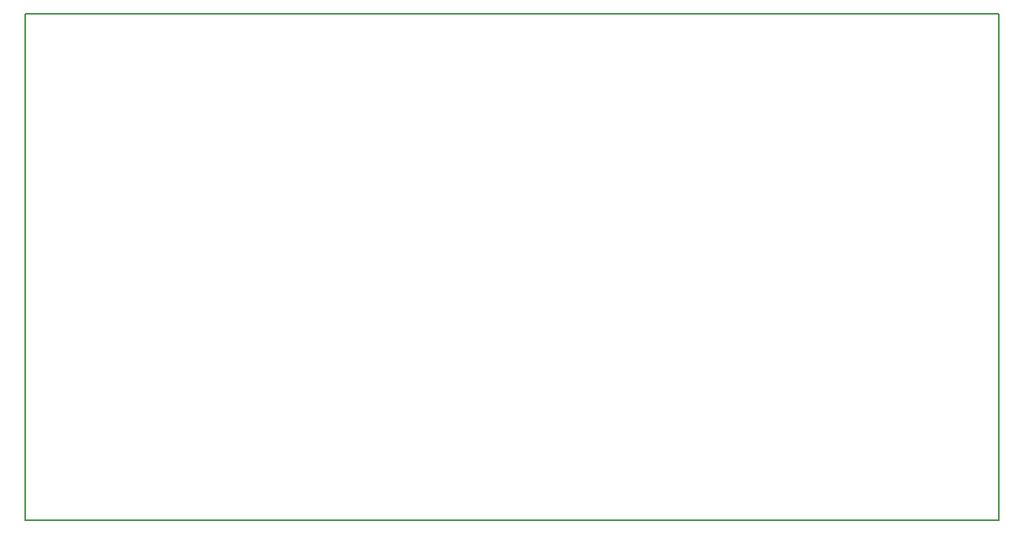
<source format=gbo>
G04 MADE WITH FRITZING*
G04 WWW.FRITZING.ORG*
G04 DOUBLE SIDED*
G04 HOLES PLATED*
G04 CONTOUR ON CENTER OF CONTOUR VECTOR*
%ASAXBY*%
%FSLAX23Y23*%
%MOIN*%
%OFA0B0*%
%SFA1.0B1.0*%
%ADD10R,4.000010X2.088890X3.984010X2.072890*%
%ADD11C,0.008000*%
%LNSILK0*%
G90*
G70*
G54D11*
X4Y2085D02*
X3996Y2085D01*
X3996Y4D01*
X4Y4D01*
X4Y2085D01*
D02*
G04 End of Silk0*
M02*
</source>
